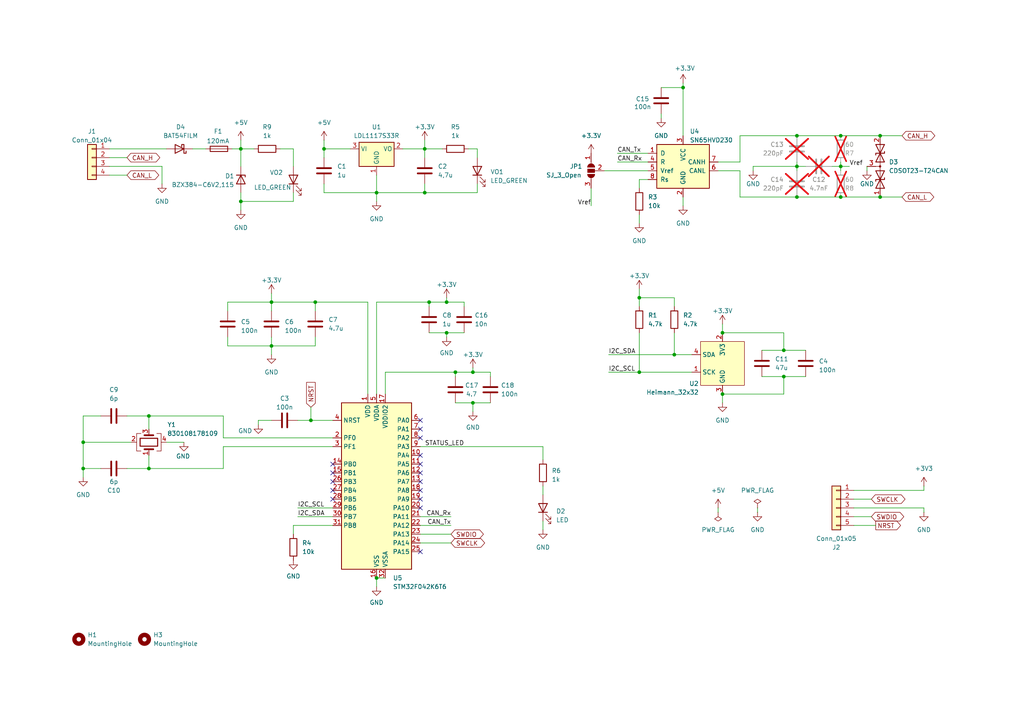
<source format=kicad_sch>
(kicad_sch (version 20231120) (generator "eeschema") (generator_version "8.0")
  (paper "A4")
  (lib_symbols
    (symbol "Connector_Generic:Conn_01x04" (pin_names (offset 1.016) hide)
      (property "Reference" "J" (at 0 5.08 0))
      (property "Value" "Conn_01x04" (at 0 -7.62 0))
      (symbol "Conn_01x04_1_1"
        (rectangle (start -1.27 -4.953) (end 0 -5.207) (stroke (width 0.1524)))
        (rectangle (start -1.27 -2.413) (end 0 -2.667) (stroke (width 0.1524)))
        (rectangle (start -1.27 0.127) (end 0 -0.127) (stroke (width 0.1524)))
        (rectangle (start -1.27 2.667) (end 0 2.413) (stroke (width 0.1524)))
        (rectangle (start -1.27 3.81) (end 1.27 -6.35) (stroke (width 0.254)) (fill (type background)))
        (pin passive line (at -5.08 2.54 0) (length 3.81) (name "Pin_1") (number "1"))
        (pin passive line (at -5.08 0 0) (length 3.81) (name "Pin_2") (number "2"))
        (pin passive line (at -5.08 -2.54 0) (length 3.81) (name "Pin_3") (number "3"))
        (pin passive line (at -5.08 -5.08 0) (length 3.81) (name "Pin_4") (number "4"))
      )
    )
    (symbol "Connector_Generic:Conn_01x05" (pin_names (offset 1.016) hide)
      (property "Reference" "J" (at 0 7.62 0))
      (property "Value" "Conn_01x05" (at 0 -7.62 0))
      (symbol "Conn_01x05_1_1"
        (rectangle (start -1.27 -4.953) (end 0 -5.207) (stroke (width 0.1524)))
        (rectangle (start -1.27 -2.413) (end 0 -2.667) (stroke (width 0.1524)))
        (rectangle (start -1.27 0.127) (end 0 -0.127) (stroke (width 0.1524)))
        (rectangle (start -1.27 2.667) (end 0 2.413) (stroke (width 0.1524)))
        (rectangle (start -1.27 5.207) (end 0 4.953) (stroke (width 0.1524)))
        (rectangle (start -1.27 6.35) (end 1.27 -6.35) (stroke (width 0.254)) (fill (type background)))
        (pin passive line (at -5.08 5.08 0) (length 3.81) (name "Pin_1") (number "1"))
        (pin passive line (at -5.08 2.54 0) (length 3.81) (name "Pin_2") (number "2"))
        (pin passive line (at -5.08 0 0) (length 3.81) (name "Pin_3") (number "3"))
        (pin passive line (at -5.08 -2.54 0) (length 3.81) (name "Pin_4") (number "4"))
        (pin passive line (at -5.08 -5.08 0) (length 3.81) (name "Pin_5") (number "5"))
      )
    )
    (symbol "Device:C" (pin_numbers hide) (pin_names (offset 0.254))
      (property "Reference" "C" (at 0.635 2.54 0))
      (property "Value" "C" (at 0.635 -2.54 0))
      (symbol "C_0_1"
        (polyline (pts (xy -2.032 -0.762) (xy 2.032 -0.762)) (stroke (width 0.508)))
        (polyline (pts (xy -2.032 0.762) (xy 2.032 0.762)) (stroke (width 0.508)))
      )
      (symbol "C_1_1"
        (pin passive line (at 0 3.81 270) (length 2.794) (name "~") (number "1"))
        (pin passive line (at 0 -3.81 90) (length 2.794) (name "~") (number "2"))
      )
    )
    (symbol "Device:D_Schottky" (pin_numbers hide) (pin_names (offset 1.016) hide)
      (property "Reference" "D" (at 0 2.54 0))
      (property "Value" "D_Schottky" (at 0 -2.54 0))
      (symbol "D_Schottky_0_1"
        (polyline (pts (xy 1.27 0) (xy -1.27 0)))
        (polyline (pts (xy 1.27 1.27) (xy 1.27 -1.27) (xy -1.27 0) (xy 1.27 1.27)) (stroke (width 0.254)))
        (polyline (pts (xy -1.905 0.635) (xy -1.905 1.27) (xy -1.27 1.27) (xy -1.27 -1.27) (xy -0.635 -1.27) (xy -0.635 -0.635)) (stroke (width 0.254)))
      )
      (symbol "D_Schottky_1_1"
        (pin passive line (at -3.81 0 0) (length 2.54) (name "K") (number "1"))
        (pin passive line (at 3.81 0 180) (length 2.54) (name "A") (number "2"))
      )
    )
    (symbol "Device:D_TVS_Dual_AAC" (pin_names (offset 1.016) hide)
      (property "Reference" "D" (at 0 4.445 0))
      (property "Value" "D_TVS_Dual_AAC" (at 0 2.54 0))
      (symbol "D_TVS_Dual_AAC_0_0"
        (polyline (pts (xy 0 -1.27) (xy 0 0)))
      )
      (symbol "D_TVS_Dual_AAC_0_1"
        (polyline (pts (xy -6.35 0) (xy 6.35 0)))
        (polyline (pts (xy -3.302 1.27) (xy -3.81 1.27) (xy -3.81 -1.27) (xy -4.318 -1.27)) (stroke (width 0.254)))
        (polyline (pts (xy 4.318 1.27) (xy 3.81 1.27) (xy 3.81 -1.27) (xy 3.302 -1.27)) (stroke (width 0.254)))
        (polyline (pts (xy -6.35 1.27) (xy -1.27 -1.27) (xy -1.27 1.27) (xy -6.35 -1.27) (xy -6.35 1.27)) (stroke (width 0.254)))
        (polyline (pts (xy 6.35 1.27) (xy 1.27 -1.27) (xy 1.27 1.27) (xy 6.35 -1.27) (xy 6.35 1.27)) (stroke (width 0.254)))
        (circle (center 0 0) (radius 0.254) (fill (type outline)))
      )
      (symbol "D_TVS_Dual_AAC_1_1"
        (pin passive line (at -8.89 0 0) (length 2.54) (name "A1") (number "1"))
        (pin passive line (at 8.89 0 180) (length 2.54) (name "A2") (number "2"))
        (pin input line (at 0 -3.81 90) (length 2.54) (name "common") (number "3"))
      )
    )
    (symbol "Device:D_Zener" (pin_numbers hide) (pin_names (offset 1.016) hide)
      (property "Reference" "D" (at 0 2.54 0))
      (property "Value" "D_Zener" (at 0 -2.54 0))
      (symbol "D_Zener_0_1"
        (polyline (pts (xy 1.27 0) (xy -1.27 0)))
        (polyline (pts (xy -1.27 -1.27) (xy -1.27 1.27) (xy -0.762 1.27)) (stroke (width 0.254)))
        (polyline (pts (xy 1.27 -1.27) (xy 1.27 1.27) (xy -1.27 0) (xy 1.27 -1.27)) (stroke (width 0.254)))
      )
      (symbol "D_Zener_1_1"
        (pin passive line (at -3.81 0 0) (length 2.54) (name "K") (number "1"))
        (pin passive line (at 3.81 0 180) (length 2.54) (name "A") (number "2"))
      )
    )
    (symbol "Device:Fuse" (pin_numbers hide) (pin_names (offset 0))
      (property "Reference" "F" (at 2.032 0 90))
      (property "Value" "Fuse" (at -1.905 0 90))
      (symbol "Fuse_0_1"
        (rectangle (start -0.762 -2.54) (end 0.762 2.54) (stroke (width 0.254)))
        (polyline (pts (xy 0 2.54) (xy 0 -2.54)))
      )
      (symbol "Fuse_1_1"
        (pin passive line (at 0 3.81 270) (length 1.27) (name "~") (number "1"))
        (pin passive line (at 0 -3.81 90) (length 1.27) (name "~") (number "2"))
      )
    )
    (symbol "Device:LED" (pin_numbers hide) (pin_names (offset 1.016) hide)
      (property "Reference" "D" (at 0 2.54 0))
      (property "Value" "LED" (at 0 -2.54 0))
      (symbol "LED_0_1"
        (polyline (pts (xy -1.27 -1.27) (xy -1.27 1.27)) (stroke (width 0.254)))
        (polyline (pts (xy -1.27 0) (xy 1.27 0)))
        (polyline (pts (xy 1.27 -1.27) (xy 1.27 1.27) (xy -1.27 0) (xy 1.27 -1.27)) (stroke (width 0.254)))
        (polyline (pts (xy -3.048 -0.762) (xy -4.572 -2.286) (xy -3.81 -2.286) (xy -4.572 -2.286) (xy -4.572 -1.524)))
        (polyline (pts (xy -1.778 -0.762) (xy -3.302 -2.286) (xy -2.54 -2.286) (xy -3.302 -2.286) (xy -3.302 -1.524)))
      )
      (symbol "LED_1_1"
        (pin passive line (at -3.81 0 0) (length 2.54) (name "K") (number "1"))
        (pin passive line (at 3.81 0 180) (length 2.54) (name "A") (number "2"))
      )
    )
    (symbol "Device:R" (pin_numbers hide) (pin_names (offset 0))
      (property "Reference" "R" (at 2.032 0 90))
      (property "Value" "R" (at 0 0 90))
      (symbol "R_0_1"
        (rectangle (start -1.016 -2.54) (end 1.016 2.54) (stroke (width 0.254)))
      )
      (symbol "R_1_1"
        (pin passive line (at 0 3.81 270) (length 1.27) (name "~") (number "1"))
        (pin passive line (at 0 -3.81 90) (length 1.27) (name "~") (number "2"))
      )
    )
    (symbol "FaSTTUBe_Crystals:830108178109" (pin_names (offset 1.016) hide)
      (property "Reference" "Y" (at 3.175 5.08 0))
      (property "Value" "830108178109" (at 3.175 3.175 0))
      (symbol "830108178109_0_1"
        (rectangle (start -1.143 2.54) (end 1.143 -2.54) (stroke (width 0.3048)))
        (polyline (pts (xy -2.54 0) (xy -2.032 0)))
        (polyline (pts (xy -2.032 -1.27) (xy -2.032 1.27)) (stroke (width 0.508)))
        (polyline (pts (xy 0 -3.81) (xy 0 -3.556)))
        (polyline (pts (xy 0 3.556) (xy 0 3.81)))
        (polyline (pts (xy 2.032 -1.27) (xy 2.032 1.27)) (stroke (width 0.508)))
        (polyline (pts (xy 2.032 0) (xy 2.54 0)))
        (polyline (pts (xy -2.54 -2.286) (xy -2.54 -3.556) (xy 2.54 -3.556) (xy 2.54 -2.286)))
        (polyline (pts (xy -2.54 2.286) (xy -2.54 3.556) (xy 2.54 3.556) (xy 2.54 2.286)))
      )
      (symbol "830108178109_1_1"
        (pin passive line (at -3.81 0 0) (length 1.27) (name "1") (number "1"))
        (pin passive line (at 0 5.08 270) (length 1.27) (name "2") (number "2"))
        (pin passive line (at 3.81 0 180) (length 1.27) (name "3") (number "3"))
        (pin passive line (at 0 -5.08 90) (length 1.27) (name "4") (number "4"))
      )
    )
    (symbol "GND_1" (power) (pin_numbers hide) (pin_names (offset 0) hide)
      (property "Value" "GND" (at 0 -3.81 0))
      (symbol "GND_1_0_1"
        (polyline (pts (xy 0 0) (xy 0 -1.27) (xy 1.27 -1.27) (xy 0 -2.54) (xy -1.27 -1.27) (xy 0 -1.27)))
      )
      (symbol "GND_1_1_1"
        (pin power_in line (at 0 0 270) (length 0) (name "~") (number "1"))
      )
    )
    (symbol "Interface_CAN_LIN:SN65HVD230" (pin_names (offset 1.016))
      (property "Reference" "U" (at -2.54 10.16 0))
      (property "Value" "SN65HVD230" (at -2.54 7.62 0))
      (symbol "SN65HVD230_0_1"
        (rectangle (start -7.62 5.08) (end 7.62 -7.62) (stroke (width 0.254)) (fill (type background)))
      )
      (symbol "SN65HVD230_1_1"
        (pin input line (at -10.16 2.54 0) (length 2.54) (name "D") (number "1"))
        (pin power_in line (at 0 -10.16 90) (length 2.54) (name "GND") (number "2"))
        (pin power_in line (at 0 7.62 270) (length 2.54) (name "VCC") (number "3"))
        (pin output line (at -10.16 0 0) (length 2.54) (name "R") (number "4"))
        (pin output line (at -10.16 -2.54 0) (length 2.54) (name "Vref") (number "5"))
        (pin bidirectional line (at 10.16 -2.54 180) (length 2.54) (name "CANL") (number "6"))
        (pin bidirectional line (at 10.16 0 180) (length 2.54) (name "CANH") (number "7"))
        (pin input line (at -10.16 -5.08 0) (length 2.54) (name "Rs") (number "8"))
      )
    )
    (symbol "Jumper:SolderJumper_3_Open" (pin_names (offset 0) hide)
      (property "Reference" "JP" (at -2.54 -2.54 0))
      (property "Value" "SolderJumper_3_Open" (at 0 2.794 0))
      (symbol "SolderJumper_3_Open_0_1"
        (arc (start -1.016 1.016) (mid -2.0276 0) (end -1.016 -1.016))
        (arc (start -1.016 1.016) (mid -2.0276 0) (end -1.016 -1.016) (fill (type outline)))
        (rectangle (start -0.508 1.016) (end 0.508 -1.016) (fill (type outline)))
        (polyline (pts (xy -2.54 0) (xy -2.032 0)))
        (polyline (pts (xy -1.016 1.016) (xy -1.016 -1.016)))
        (polyline (pts (xy 0 -1.27) (xy 0 -1.016)))
        (polyline (pts (xy 1.016 1.016) (xy 1.016 -1.016)))
        (polyline (pts (xy 2.54 0) (xy 2.032 0)))
        (arc (start 1.016 -1.016) (mid 2.0276 0) (end 1.016 1.016))
        (arc (start 1.016 -1.016) (mid 2.0276 0) (end 1.016 1.016) (fill (type outline)))
      )
      (symbol "SolderJumper_3_Open_1_1"
        (pin passive line (at -5.08 0 0) (length 2.54) (name "A") (number "1"))
        (pin passive line (at 0 -3.81 90) (length 2.54) (name "C") (number "2"))
        (pin passive line (at 5.08 0 180) (length 2.54) (name "B") (number "3"))
      )
    )
    (symbol "MCU_ST_STM32F0:STM32F042K6Tx"
      (property "Reference" "U" (at -10.16 26.67 0))
      (property "Value" "STM32F042K6Tx" (at 5.08 26.67 0))
      (symbol "STM32F042K6Tx_0_1"
        (rectangle (start -10.16 -22.86) (end 10.16 25.4) (stroke (width 0.254)) (fill (type background)))
      )
      (symbol "STM32F042K6Tx_1_1"
        (pin power_in line (at -2.54 27.94 270) (length 2.54) (name "VDD") (number "1"))
        (pin bidirectional line (at 12.7 10.16 180) (length 2.54) (name "PA4") (number "10"))
        (pin bidirectional line (at 12.7 7.62 180) (length 2.54) (name "PA5") (number "11"))
        (pin bidirectional line (at 12.7 5.08 180) (length 2.54) (name "PA6") (number "12"))
        (pin bidirectional line (at 12.7 2.54 180) (length 2.54) (name "PA7") (number "13"))
        (pin bidirectional line (at -12.7 7.62 0) (length 2.54) (name "PB0") (number "14"))
        (pin bidirectional line (at -12.7 5.08 0) (length 2.54) (name "PB1") (number "15"))
        (pin power_in line (at 0 -25.4 90) (length 2.54) (name "VSS") (number "16"))
        (pin power_in line (at 2.54 27.94 270) (length 2.54) (name "VDDIO2") (number "17"))
        (pin bidirectional line (at 12.7 0 180) (length 2.54) (name "PA8") (number "18"))
        (pin bidirectional line (at 12.7 -2.54 180) (length 2.54) (name "PA9") (number "19"))
        (pin bidirectional line (at -12.7 15.24 0) (length 2.54) (name "PF0") (number "2"))
        (pin bidirectional line (at 12.7 -5.08 180) (length 2.54) (name "PA10") (number "20"))
        (pin bidirectional line (at 12.7 -7.62 180) (length 2.54) (name "PA11") (number "21"))
        (pin bidirectional line (at 12.7 -10.16 180) (length 2.54) (name "PA12") (number "22"))
        (pin bidirectional line (at 12.7 -12.7 180) (length 2.54) (name "PA13") (number "23"))
        (pin bidirectional line (at 12.7 -15.24 180) (length 2.54) (name "PA14") (number "24"))
        (pin bidirectional line (at 12.7 -17.78 180) (length 2.54) (name "PA15") (number "25"))
        (pin bidirectional line (at -12.7 2.54 0) (length 2.54) (name "PB3") (number "26"))
        (pin bidirectional line (at -12.7 0 0) (length 2.54) (name "PB4") (number "27"))
        (pin bidirectional line (at -12.7 -2.54 0) (length 2.54) (name "PB5") (number "28"))
        (pin bidirectional line (at -12.7 -5.08 0) (length 2.54) (name "PB6") (number "29"))
        (pin bidirectional line (at -12.7 12.7 0) (length 2.54) (name "PF1") (number "3"))
        (pin bidirectional line (at -12.7 -7.62 0) (length 2.54) (name "PB7") (number "30"))
        (pin bidirectional line (at -12.7 -10.16 0) (length 2.54) (name "PB8") (number "31"))
        (pin power_in line (at 2.54 -25.4 90) (length 2.54) (name "VSSA") (number "32"))
        (pin input line (at -12.7 20.32 0) (length 2.54) (name "NRST") (number "4"))
        (pin power_in line (at 0 27.94 270) (length 2.54) (name "VDDA") (number "5"))
        (pin bidirectional line (at 12.7 20.32 180) (length 2.54) (name "PA0") (number "6"))
        (pin bidirectional line (at 12.7 17.78 180) (length 2.54) (name "PA1") (number "7"))
        (pin bidirectional line (at 12.7 15.24 180) (length 2.54) (name "PA2") (number "8"))
        (pin bidirectional line (at 12.7 12.7 180) (length 2.54) (name "PA3") (number "9"))
      )
    )
    (symbol "MountingHole_1" (pin_names (offset 1.016)) (exclude_from_sim yes) (in_bom no)
      (property "Reference" "H" (at 0 5.08 0))
      (property "Value" "MountingHole" (at 0 3.175 0))
      (symbol "MountingHole_1_0_1"
        (circle (center 0 0) (radius 1.27) (stroke (width 1.27)))
      )
    )
    (symbol "Regulator_Linear:LD1117S33TR_SOT223"
      (property "Reference" "U" (at -3.81 3.175 0))
      (property "Value" "LD1117S33TR_SOT223" (at 0 3.175 0))
      (symbol "LD1117S33TR_SOT223_0_1"
        (rectangle (start -5.08 -5.08) (end 5.08 1.905) (stroke (width 0.254)) (fill (type background)))
      )
      (symbol "LD1117S33TR_SOT223_1_1"
        (pin power_in line (at 0 -7.62 90) (length 2.54) (name "GND") (number "1"))
        (pin power_out line (at 7.62 0 180) (length 2.54) (name "VO") (number "2"))
        (pin power_in line (at -7.62 0 0) (length 2.54) (name "VI") (number "3"))
      )
    )
    (symbol "TTS:Heimann_16x16"
      (property "Reference" "U" (at 0 0 0))
      (property "Value" "Heimann_16x16" (at 0 0 0))
      (symbol "Heimann_16x16_0_1"
        (rectangle (start -6.35 6.35) (end 6.35 -6.35) (fill (type background)))
      )
      (symbol "Heimann_16x16_1_1"
        (pin bidirectional line (at 8.89 -2.54 180) (length 2.54) (name "SCK") (number "1"))
        (pin power_in line (at 0 8.89 270) (length 2.54) (name "3V3") (number "2"))
        (pin power_in line (at 0 -8.89 90) (length 2.54) (name "GND") (number "3"))
        (pin bidirectional line (at 8.89 2.54 180) (length 2.54) (name "SDA") (number "4"))
      )
    )
    (symbol "power:+3.3V" (power) (pin_names (offset 0))
      (property "Value" "+3.3V" (at 0 3.556 0))
      (symbol "+3.3V_0_1"
        (polyline (pts (xy -0.762 1.27) (xy 0 2.54)))
        (polyline (pts (xy 0 0) (xy 0 2.54)))
        (polyline (pts (xy 0 2.54) (xy 0.762 1.27)))
      )
      (symbol "+3.3V_1_1"
        (pin power_in line (at 0 0 90) (length 0) hide (name "+3.3V") (number "1"))
      )
    )
    (symbol "power:+3V3" (power) (pin_numbers hide) (pin_names (offset 0) hide)
      (property "Value" "+3V3" (at 0 3.556 0))
      (symbol "+3V3_0_1"
        (polyline (pts (xy -0.762 1.27) (xy 0 2.54)))
        (polyline (pts (xy 0 0) (xy 0 2.54)))
        (polyline (pts (xy 0 2.54) (xy 0.762 1.27)))
      )
      (symbol "+3V3_1_1"
        (pin power_in line (at 0 0 90) (length 0) (name "~") (number "1"))
      )
    )
    (symbol "power:+5V" (power) (pin_numbers hide) (pin_names (offset 0) hide)
      (property "Value" "+5V" (at 0 3.556 0))
      (symbol "+5V_0_1"
        (polyline (pts (xy -0.762 1.27) (xy 0 2.54)))
        (polyline (pts (xy 0 0) (xy 0 2.54)))
        (polyline (pts (xy 0 2.54) (xy 0.762 1.27)))
      )
      (symbol "+5V_1_1"
        (pin power_in line (at 0 0 90) (length 0) (name "~") (number "1"))
      )
    )
    (symbol "power:GND" (power) (pin_names (offset 0))
      (property "Value" "GND" (at 0 -3.81 0))
      (symbol "GND_0_1"
        (polyline (pts (xy 0 0) (xy 0 -1.27) (xy 1.27 -1.27) (xy 0 -2.54) (xy -1.27 -1.27) (xy 0 -1.27)))
      )
      (symbol "GND_1_1"
        (pin power_in line (at 0 0 270) (length 0) hide (name "GND") (number "1"))
      )
    )
    (symbol "power:PWR_FLAG" (power) (pin_numbers hide) (pin_names (offset 0) hide)
      (property "Value" "PWR_FLAG" (at 0 3.81 0))
      (symbol "PWR_FLAG_0_0"
        (pin power_out line (at 0 0 90) (length 0) (name "~") (number "1"))
      )
      (symbol "PWR_FLAG_0_1"
        (polyline (pts (xy 0 0) (xy 0 1.27) (xy -1.016 1.905) (xy 0 2.54) (xy 1.016 1.905) (xy 0 1.27)))
      )
    )
  )
  (junction (at 91.44 87.63))
  (junction (at 137.16 107.95))
  (junction (at 243.84 48.26))
  (junction (at 78.74 87.63))
  (junction (at 43.18 120.65))
  (junction (at 43.18 135.89))
  (junction (at 24.13 135.89))
  (junction (at 231.14 48.26))
  (junction (at 132.08 107.95))
  (junction (at 227.33 101.6))
  (junction (at 231.14 57.15))
  (junction (at 123.19 55.88))
  (junction (at 69.85 43.18))
  (junction (at 109.22 55.88))
  (junction (at 69.85 58.42))
  (junction (at 109.22 167.64))
  (junction (at 243.84 39.37))
  (junction (at 93.98 43.18))
  (junction (at 255.27 57.15))
  (junction (at 124.46 87.63))
  (junction (at 227.33 109.22))
  (junction (at 231.14 39.37))
  (junction (at 198.12 25.4))
  (junction (at 129.54 96.52))
  (junction (at 78.74 100.33))
  (junction (at 129.54 87.63))
  (junction (at 209.55 114.3))
  (junction (at 137.16 116.84))
  (junction (at 209.55 96.52))
  (junction (at 123.19 43.18))
  (junction (at 185.42 107.95))
  (junction (at 24.13 128.27))
  (junction (at 195.58 102.87))
  (junction (at 243.84 57.15))
  (junction (at 185.42 86.36))
  (junction (at 255.27 39.37))
  (junction (at 90.17 121.92))
  (no_connect (at 121.92 142.24))
  (no_connect (at 121.92 144.78))
  (no_connect (at 121.92 160.02))
  (no_connect (at 96.52 142.24))
  (no_connect (at 96.52 134.62))
  (no_connect (at 121.92 132.08))
  (no_connect (at 121.92 137.16))
  (no_connect (at 96.52 137.16))
  (no_connect (at 96.52 144.78))
  (no_connect (at 121.92 121.92))
  (no_connect (at 121.92 127))
  (no_connect (at 121.92 124.46))
  (no_connect (at 121.92 147.32))
  (no_connect (at 121.92 134.62))
  (no_connect (at 96.52 139.7))
  (no_connect (at 121.92 139.7))
  (wire (pts (xy 121.92 157.48) (xy 130.81 157.48)))
  (wire (pts (xy 247.65 144.78) (xy 252.73 144.78)))
  (wire (pts (xy 157.48 151.13) (xy 157.48 153.67)))
  (wire (pts (xy 124.46 87.63) (xy 124.46 88.9)))
  (wire (pts (xy 135.89 43.18) (xy 138.43 43.18)))
  (wire (pts (xy 142.24 107.95) (xy 142.24 109.22)))
  (wire (pts (xy 31.75 50.8) (xy 36.83 50.8)))
  (wire (pts (xy 85.09 43.18) (xy 85.09 48.26)))
  (wire (pts (xy 78.74 87.63) (xy 66.04 87.63)))
  (wire (pts (xy 78.74 97.79) (xy 78.74 100.33)))
  (wire (pts (xy 43.18 135.89) (xy 64.77 135.89)))
  (wire (pts (xy 116.84 43.18) (xy 123.19 43.18)))
  (wire (pts (xy 109.22 167.64) (xy 111.76 167.64)))
  (wire (pts (xy 78.74 100.33) (xy 91.44 100.33)))
  (wire (pts (xy 74.93 123.19) (xy 74.93 121.92)))
  (wire (pts (xy 218.44 49.53) (xy 218.44 48.26)))
  (wire (pts (xy 31.75 48.26) (xy 46.99 48.26)))
  (wire (pts (xy 109.22 167.64) (xy 109.22 170.18)))
  (wire (pts (xy 179.07 44.45) (xy 187.96 44.45)))
  (wire (pts (xy 31.75 45.72) (xy 36.83 45.72)))
  (wire (pts (xy 255.27 39.37) (xy 243.84 39.37)))
  (wire (pts (xy 191.77 25.4) (xy 198.12 25.4)))
  (wire (pts (xy 129.54 96.52) (xy 134.62 96.52)))
  (wire (pts (xy 137.16 107.95) (xy 142.24 107.95)))
  (wire (pts (xy 36.83 120.65) (xy 43.18 120.65)))
  (wire (pts (xy 121.92 149.86) (xy 130.81 149.86)))
  (wire (pts (xy 220.98 109.22) (xy 227.33 109.22)))
  (wire (pts (xy 176.53 102.87) (xy 195.58 102.87)))
  (wire (pts (xy 121.92 154.94) (xy 130.81 154.94)))
  (wire (pts (xy 247.65 152.4) (xy 254 152.4)))
  (wire (pts (xy 185.42 83.82) (xy 185.42 86.36)))
  (wire (pts (xy 24.13 135.89) (xy 24.13 138.43)))
  (wire (pts (xy 109.22 50.8) (xy 109.22 55.88)))
  (wire (pts (xy 86.36 121.92) (xy 90.17 121.92)))
  (wire (pts (xy 255.27 57.15) (xy 243.84 57.15)))
  (wire (pts (xy 24.13 128.27) (xy 24.13 135.89)))
  (wire (pts (xy 106.68 87.63) (xy 91.44 87.63)))
  (wire (pts (xy 29.21 120.65) (xy 24.13 120.65)))
  (wire (pts (xy 91.44 100.33) (xy 91.44 97.79)))
  (wire (pts (xy 134.62 87.63) (xy 134.62 88.9)))
  (wire (pts (xy 96.52 152.4) (xy 85.09 152.4)))
  (wire (pts (xy 243.84 46.99) (xy 243.84 48.26)))
  (wire (pts (xy 64.77 120.65) (xy 64.77 127)))
  (wire (pts (xy 85.09 58.42) (xy 85.09 55.88)))
  (wire (pts (xy 171.45 59.69) (xy 171.45 54.61)))
  (wire (pts (xy 227.33 96.52) (xy 227.33 101.6)))
  (wire (pts (xy 246.38 48.26) (xy 243.84 48.26)))
  (wire (pts (xy 157.48 140.97) (xy 157.48 143.51)))
  (wire (pts (xy 86.36 149.86) (xy 96.52 149.86)))
  (wire (pts (xy 123.19 43.18) (xy 123.19 45.72)))
  (wire (pts (xy 111.76 107.95) (xy 111.76 114.3)))
  (wire (pts (xy 124.46 87.63) (xy 129.54 87.63)))
  (wire (pts (xy 109.22 87.63) (xy 109.22 114.3)))
  (wire (pts (xy 86.36 147.32) (xy 96.52 147.32)))
  (wire (pts (xy 243.84 39.37) (xy 231.14 39.37)))
  (wire (pts (xy 24.13 120.65) (xy 24.13 128.27)))
  (wire (pts (xy 121.92 129.54) (xy 157.48 129.54)))
  (wire (pts (xy 132.08 107.95) (xy 137.16 107.95)))
  (wire (pts (xy 214.63 46.99) (xy 214.63 39.37)))
  (wire (pts (xy 219.71 147.32) (xy 219.71 148.59)))
  (wire (pts (xy 137.16 106.68) (xy 137.16 107.95)))
  (wire (pts (xy 59.69 43.18) (xy 55.88 43.18)))
  (wire (pts (xy 121.92 152.4) (xy 130.81 152.4)))
  (wire (pts (xy 109.22 55.88) (xy 123.19 55.88)))
  (wire (pts (xy 74.93 121.92) (xy 78.74 121.92)))
  (wire (pts (xy 214.63 49.53) (xy 214.63 57.15)))
  (wire (pts (xy 195.58 88.9) (xy 195.58 86.36)))
  (wire (pts (xy 93.98 40.64) (xy 93.98 43.18)))
  (wire (pts (xy 195.58 102.87) (xy 195.58 96.52)))
  (wire (pts (xy 185.42 86.36) (xy 185.42 88.9)))
  (wire (pts (xy 247.65 149.86) (xy 252.73 149.86)))
  (wire (pts (xy 267.97 142.24) (xy 267.97 140.97)))
  (wire (pts (xy 185.42 107.95) (xy 200.66 107.95)))
  (wire (pts (xy 247.65 142.24) (xy 267.97 142.24)))
  (wire (pts (xy 231.14 49.53) (xy 231.14 48.26)))
  (wire (pts (xy 209.55 114.3) (xy 227.33 114.3)))
  (wire (pts (xy 91.44 87.63) (xy 78.74 87.63)))
  (wire (pts (xy 227.33 109.22) (xy 233.68 109.22)))
  (wire (pts (xy 24.13 135.89) (xy 29.21 135.89)))
  (wire (pts (xy 46.99 48.26) (xy 46.99 53.34)))
  (wire (pts (xy 78.74 85.09) (xy 78.74 87.63)))
  (wire (pts (xy 43.18 120.65) (xy 64.77 120.65)))
  (wire (pts (xy 195.58 102.87) (xy 200.66 102.87)))
  (wire (pts (xy 111.76 107.95) (xy 132.08 107.95)))
  (wire (pts (xy 123.19 40.64) (xy 123.19 43.18)))
  (wire (pts (xy 129.54 96.52) (xy 129.54 97.79)))
  (wire (pts (xy 43.18 132.08) (xy 43.18 135.89)))
  (wire (pts (xy 123.19 55.88) (xy 123.19 53.34)))
  (wire (pts (xy 124.46 96.52) (xy 129.54 96.52)))
  (wire (pts (xy 214.63 57.15) (xy 231.14 57.15)))
  (wire (pts (xy 227.33 109.22) (xy 227.33 114.3)))
  (wire (pts (xy 109.22 55.88) (xy 109.22 58.42)))
  (wire (pts (xy 64.77 127) (xy 96.52 127)))
  (wire (pts (xy 261.62 57.15) (xy 255.27 57.15)))
  (wire (pts (xy 90.17 118.11) (xy 90.17 121.92)))
  (wire (pts (xy 69.85 43.18) (xy 73.66 43.18)))
  (wire (pts (xy 36.83 135.89) (xy 43.18 135.89)))
  (wire (pts (xy 137.16 116.84) (xy 142.24 116.84)))
  (wire (pts (xy 129.54 86.36) (xy 129.54 87.63)))
  (wire (pts (xy 24.13 128.27) (xy 38.1 128.27)))
  (wire (pts (xy 93.98 53.34) (xy 93.98 55.88)))
  (wire (pts (xy 175.26 49.53) (xy 187.96 49.53)))
  (wire (pts (xy 78.74 100.33) (xy 78.74 102.87)))
  (wire (pts (xy 69.85 58.42) (xy 85.09 58.42)))
  (wire (pts (xy 138.43 43.18) (xy 138.43 45.72)))
  (wire (pts (xy 185.42 52.07) (xy 187.96 52.07)))
  (wire (pts (xy 69.85 60.96) (xy 69.85 58.42)))
  (wire (pts (xy 138.43 55.88) (xy 138.43 53.34)))
  (wire (pts (xy 69.85 58.42) (xy 69.85 55.88)))
  (wire (pts (xy 247.65 147.32) (xy 267.97 147.32)))
  (wire (pts (xy 208.28 49.53) (xy 214.63 49.53)))
  (wire (pts (xy 243.84 48.26) (xy 241.3 48.26)))
  (wire (pts (xy 208.28 147.32) (xy 208.28 148.59)))
  (wire (pts (xy 251.46 49.53) (xy 251.46 48.26)))
  (wire (pts (xy 137.16 116.84) (xy 137.16 119.38)))
  (wire (pts (xy 93.98 43.18) (xy 101.6 43.18)))
  (wire (pts (xy 243.84 49.53) (xy 243.84 48.26)))
  (wire (pts (xy 123.19 55.88) (xy 138.43 55.88)))
  (wire (pts (xy 109.22 87.63) (xy 124.46 87.63)))
  (wire (pts (xy 132.08 116.84) (xy 137.16 116.84)))
  (wire (pts (xy 66.04 87.63) (xy 66.04 90.17)))
  (wire (pts (xy 261.62 39.37) (xy 255.27 39.37)))
  (wire (pts (xy 176.53 107.95) (xy 185.42 107.95)))
  (wire (pts (xy 185.42 54.61) (xy 185.42 52.07)))
  (wire (pts (xy 48.26 128.27) (xy 53.34 128.27)))
  (wire (pts (xy 67.31 43.18) (xy 69.85 43.18)))
  (wire (pts (xy 198.12 24.13) (xy 198.12 25.4)))
  (wire (pts (xy 267.97 147.32) (xy 267.97 148.59)))
  (wire (pts (xy 69.85 43.18) (xy 69.85 40.64)))
  (wire (pts (xy 69.85 43.18) (xy 69.85 48.26)))
  (wire (pts (xy 90.17 121.92) (xy 96.52 121.92)))
  (wire (pts (xy 231.14 46.99) (xy 231.14 48.26)))
  (wire (pts (xy 132.08 107.95) (xy 132.08 109.22)))
  (wire (pts (xy 195.58 86.36) (xy 185.42 86.36)))
  (wire (pts (xy 78.74 87.63) (xy 78.74 90.17)))
  (wire (pts (xy 85.09 152.4) (xy 85.09 154.94)))
  (wire (pts (xy 209.55 114.3) (xy 209.55 116.84)))
  (wire (pts (xy 31.75 43.18) (xy 48.26 43.18)))
  (wire (pts (xy 209.55 93.98) (xy 209.55 96.52)))
  (wire (pts (xy 106.68 87.63) (xy 106.68 114.3)))
  (wire (pts (xy 243.84 57.15) (xy 231.14 57.15)))
  (wire (pts (xy 220.98 101.6) (xy 227.33 101.6)))
  (wire (pts (xy 93.98 55.88) (xy 109.22 55.88)))
  (wire (pts (xy 157.48 129.54) (xy 157.48 133.35)))
  (wire (pts (xy 198.12 25.4) (xy 198.12 39.37)))
  (wire (pts (xy 185.42 62.23) (xy 185.42 64.77)))
  (wire (pts (xy 81.28 43.18) (xy 85.09 43.18)))
  (wire (pts (xy 43.18 120.65) (xy 43.18 124.46)))
  (wire (pts (xy 208.28 46.99) (xy 214.63 46.99)))
  (wire (pts (xy 233.68 48.26) (xy 231.14 48.26)))
  (wire (pts (xy 214.63 39.37) (xy 231.14 39.37)))
  (wire (pts (xy 66.04 100.33) (xy 78.74 100.33)))
  (wire (pts (xy 198.12 57.15) (xy 198.12 59.69)))
  (wire (pts (xy 191.77 34.29) (xy 191.77 33.02)))
  (wire (pts (xy 185.42 107.95) (xy 185.42 96.52)))
  (wire (pts (xy 227.33 101.6) (xy 233.68 101.6)))
  (wire (pts (xy 179.07 46.99) (xy 187.96 46.99)))
  (wire (pts (xy 123.19 43.18) (xy 128.27 43.18)))
  (wire (pts (xy 66.04 97.79) (xy 66.04 100.33)))
  (wire (pts (xy 91.44 90.17) (xy 91.44 87.63)))
  (wire (pts (xy 96.52 129.54) (xy 64.77 129.54)))
  (wire (pts (xy 209.55 96.52) (xy 227.33 96.52)))
  (wire (pts (xy 129.54 87.63) (xy 134.62 87.63)))
  (wire (pts (xy 93.98 43.18) (xy 93.98 45.72)))
  (wire (pts (xy 64.77 129.54) (xy 64.77 135.89)))
  (wire (pts (xy 218.44 48.26) (xy 231.14 48.26)))
  (label "CAN_Tx" (at 130.81 152.4 180))
  (label "I2C_SDA" (at 86.36 149.86 0))
  (label "CAN_Rx" (at 130.81 149.86 180))
  (label "Vref" (at 171.45 59.69 180))
  (label "Vref" (at 246.38 48.26 0))
  (label "I2C_SCL" (at 86.36 147.32 0))
  (label "CAN_Rx" (at 179.07 46.99 0))
  (label "I2C_SDA" (at 176.53 102.87 0))
  (label "I2C_SCL" (at 176.53 107.95 0))
  (label "STATUS_LED" (at 134.62 129.54 180))
  (label "CAN_Tx" (at 179.07 44.45 0))
  (global_label "SWCLK" (shape bidirectional) (at 130.81 157.48 0) (property "Intersheetrefs" "${INTERSHEET_REFS}" (effects (hide yes))))
  (global_label "CAN_L" (shape bidirectional) (at 261.62 57.15 0) (property "Intersheetrefs" "${INTERSHEET_REFS}" (effects (hide yes))))
  (global_label "CAN_L" (shape bidirectional) (at 36.83 50.8 0) (property "Intersheetrefs" "${INTERSHEET_REFS}" (effects (hide yes))))
  (global_label "CAN_H" (shape bidirectional) (at 261.62 39.37 0) (property "Intersheetrefs" "${INTERSHEET_REFS}" (effects (hide yes))))
  (global_label "CAN_H" (shape bidirectional) (at 36.83 45.72 0) (property "Intersheetrefs" "${INTERSHEET_REFS}" (effects (hide yes))))
  (global_label "SWDIO" (shape bidirectional) (at 252.73 149.86 0) (property "Intersheetrefs" "${INTERSHEET_REFS}" (effects (hide yes))))
  (global_label "SWDIO" (shape bidirectional) (at 130.81 154.94 0) (property "Intersheetrefs" "${INTERSHEET_REFS}" (effects (hide yes))))
  (global_label "NRST" (shape input) (at 90.17 118.11 90) (property "Intersheetrefs" "${INTERSHEET_REFS}" (effects (hide yes))))
  (global_label "NRST" (shape output) (at 254 152.4 0) (property "Intersheetrefs" "${INTERSHEET_REFS}" (effects (hide yes))))
  (global_label "SWCLK" (shape bidirectional) (at 252.73 144.78 0) (property "Intersheetrefs" "${INTERSHEET_REFS}" (effects (hide yes))))
  (symbol (lib_id "FaSTTUBe_Crystals:830108178109") (at 43.18 128.27 90) (unit 1)
    (property "Reference" "Y1" (at 49.784 123.19 90))
    (property "Value" "830108178109" (at 55.88 125.73 90))
    (property "Footprint" "Crystal:Crystal_SMD_2016-4Pin_2.0x1.6mm" (effects (hide yes)))
    (property "Datasheet" "https://www.we-online.com/components/products/datasheet/830108178109.pdf" (effects (hide yes)))
    (property "Description" "16.0MHz Load Capacitance (CL) 8.00pF, Shunt Capacitance (C0) 3pF max" (effects (hide yes)))
  )
  (symbol (lib_id "Device:C") (at 66.04 93.98 0) (unit 1)
    (property "Reference" "C5" (at 69.85 93.345 0) (effects (justify left)))
    (property "Value" "100n" (at 69.85 95.885 0) (effects (justify left)))
    (property "Footprint" "Capacitor_SMD:C_0603_1608Metric" (effects (hide yes)))
    (property "LCSC" "C307331" (effects (hide yes)))
  )
  (symbol (lib_id "Device:C") (at 91.44 93.98 0) (unit 1)
    (property "Reference" "C7" (at 95.25 92.7099 0) (effects (justify left)))
    (property "Value" "4.7u" (at 95.25 95.2499 0) (effects (justify left)))
    (property "Footprint" "Capacitor_SMD:C_0603_1608Metric" (effects (hide yes)))
    (property "LCSC" "C307331" (effects (hide yes)))
  )
  (symbol (lib_name "GND_1") (lib_id "power:GND") (at 219.71 148.59 0) (unit 1)
    (property "Reference" "#PWR029" (effects (hide yes)))
    (property "Value" "GND" (at 219.71 153.67 0))
    (property "Description" "Power symbol creates a global label with name \"GND\" , ground" (effects (hide yes)))
  )
  (symbol (lib_id "Device:C") (at 93.98 49.53 0) (unit 1)
    (property "Reference" "C1" (at 97.79 48.2599 0) (effects (justify left)))
    (property "Value" "1u" (at 97.79 50.7999 0) (effects (justify left)))
    (property "Footprint" "Capacitor_SMD:C_0603_1608Metric" (effects (hide yes)))
    (property "LCSC" "C15849" (effects (hide yes)))
  )
  (symbol (lib_id "Device:Fuse") (at 63.5 43.18 90) (unit 1)
    (property "Reference" "F1" (at 64.516 38.1 90) (effects (justify left)))
    (property "Value" "120mA" (at 66.548 40.894 90) (effects (justify left)))
    (property "Footprint" "Fuse:Fuse_1206_3216Metric" (effects (hide yes)))
    (property "Datasheet" "https://www.mouser.de/datasheet/2/87/eaton_pts1206_6_60_volt_dc_surface_mount_resettabl-1608737.pdf" (effects (hide yes)))
  )
  (symbol (lib_id "power:GND") (at 78.74 102.87 0) (unit 1)
    (property "Reference" "#PWR014" (effects (hide yes)))
    (property "Value" "GND" (at 78.74 107.95 0))
  )
  (symbol (lib_id "Device:C") (at 33.02 120.65 90) (unit 1)
    (property "Reference" "C9" (at 33.02 113.03 90))
    (property "Value" "6p" (at 33.02 115.57 90))
    (property "Footprint" "Capacitor_SMD:C_0603_1608Metric" (effects (hide yes)))
    (property "LCSC" "C1549" (effects (hide yes)))
  )
  (symbol (lib_id "power:+3.3V") (at 78.74 85.09 0) (unit 1)
    (property "Reference" "#PWR04" (effects (hide yes)))
    (property "Value" "+3.3V" (at 78.74 81.28 0))
  )
  (symbol (lib_id "Device:C") (at 233.68 105.41 0) (unit 1)
    (property "Reference" "C4" (at 237.49 104.775 0) (effects (justify left)))
    (property "Value" "100n" (at 237.49 107.315 0) (effects (justify left)))
    (property "Footprint" "Capacitor_SMD:C_0603_1608Metric" (effects (hide yes)))
    (property "LCSC" "C307331" (effects (hide yes)))
  )
  (symbol (lib_id "power:GND") (at 191.77 34.29 0) (unit 1)
    (property "Reference" "#PWR027" (effects (hide yes)))
    (property "Value" "GND" (at 191.77 39.37 0))
  )
  (symbol (lib_id "Device:C") (at 231.14 43.18 0) (mirror y) (unit 1) (dnp yes)
    (property "Reference" "C13" (at 227.33 41.91 0) (effects (justify left)))
    (property "Value" "220pF" (at 227.33 44.45 0) (effects (justify left)))
    (property "Footprint" "Capacitor_SMD:C_0603_1608Metric" (effects (hide yes)))
  )
  (symbol (lib_name "MountingHole_1") (lib_id "Mechanical:MountingHole") (at 41.91 185.42 0) (unit 1) (exclude_from_sim yes) (in_bom no)
    (property "Reference" "H3" (at 44.45 184.1499 0) (effects (justify left)))
    (property "Value" "MountingHole" (at 44.45 186.6899 0) (effects (justify left)))
    (property "Footprint" "MountingHole:MountingHole_3.2mm_M3_DIN965" (effects (hide yes)))
    (property "Description" "Mounting Hole without connection" (effects (hide yes)))
  )
  (symbol (lib_id "Device:D_TVS_Dual_AAC") (at 255.27 48.26 270) (mirror x) (unit 1)
    (property "Reference" "D3" (at 257.81 46.99 90) (effects (justify left)))
    (property "Value" "CDSOT23-T24CAN" (at 257.81 49.53 90) (effects (justify left)))
    (property "Footprint" "Package_TO_SOT_SMD:SOT-23" (effects (hide yes)))
  )
  (symbol (lib_id "power:+3.3V") (at 137.16 106.68 0) (unit 1)
    (property "Reference" "#PWR017" (effects (hide yes)))
    (property "Value" "+3.3V" (at 137.16 102.87 0))
  )
  (symbol (lib_id "power:GND") (at 137.16 119.38 0) (unit 1)
    (property "Reference" "#PWR018" (effects (hide yes)))
    (property "Value" "GND" (at 137.16 123.952 0))
  )
  (symbol (lib_id "Device:LED") (at 157.48 147.32 90) (unit 1)
    (property "Reference" "D2" (at 161.29 148.2725 90) (effects (justify right)))
    (property "Value" "LED" (at 161.29 150.8125 90) (effects (justify right)))
    (property "Footprint" "LED_SMD:LED_0603_1608Metric" (effects (hide yes)))
    (property "LCSC" "C2286" (effects (hide yes)))
  )
  (symbol (lib_id "power:+5V") (at 208.28 147.32 0) (unit 1)
    (property "Reference" "#PWR028" (effects (hide yes)))
    (property "Value" "+5V" (at 208.28 142.24 0))
    (property "Description" "Power symbol creates a global label with name \"+5V\"" (effects (hide yes)))
  )
  (symbol (lib_id "Device:C") (at 237.49 48.26 270) (mirror x) (unit 1) (dnp yes)
    (property "Reference" "C12" (at 237.49 52.07 90))
    (property "Value" "4.7nF" (at 237.49 54.61 90))
    (property "Footprint" "Capacitor_SMD:C_0603_1608Metric" (effects (hide yes)))
  )
  (symbol (lib_id "power:+5V") (at 69.85 40.64 0) (unit 1)
    (property "Reference" "#PWR030" (effects (hide yes)))
    (property "Value" "+5V" (at 69.85 35.56 0))
    (property "Description" "Power symbol creates a global label with name \"+5V\"" (effects (hide yes)))
  )
  (symbol (lib_id "Device:R") (at 85.09 158.75 0) (unit 1)
    (property "Reference" "R4" (at 87.63 157.4799 0) (effects (justify left)))
    (property "Value" "10k" (at 87.63 160.0199 0) (effects (justify left)))
    (property "Footprint" "Resistor_SMD:R_0603_1608Metric" (effects (hide yes)))
    (property "LCSC" "C11702" (effects (hide yes)))
  )
  (symbol (lib_id "Device:R") (at 77.47 43.18 90) (unit 1)
    (property "Reference" "R9" (at 77.47 36.83 90))
    (property "Value" "1k" (at 77.47 39.37 90))
    (property "Footprint" "Resistor_SMD:R_0603_1608Metric" (effects (hide yes)))
  )
  (symbol (lib_id "Device:R") (at 243.84 43.18 0) (mirror x) (unit 1) (dnp yes)
    (property "Reference" "R7" (at 246.38 44.45 0))
    (property "Value" "60" (at 246.38 41.91 0))
    (property "Footprint" "Resistor_SMD:R_0603_1608Metric" (effects (hide yes)))
  )
  (symbol (lib_id "Device:C") (at 82.55 121.92 90) (unit 1)
    (property "Reference" "C3" (at 82.55 115.57 90))
    (property "Value" "100n" (at 82.55 118.11 90))
    (property "Footprint" "Capacitor_SMD:C_0603_1608Metric" (effects (hide yes)))
    (property "LCSC" "C307331" (effects (hide yes)))
  )
  (symbol (lib_name "GND_1") (lib_id "power:GND") (at 69.85 60.96 0) (unit 1)
    (property "Reference" "#PWR032" (effects (hide yes)))
    (property "Value" "GND" (at 69.85 66.04 0))
    (property "Description" "Power symbol creates a global label with name \"GND\" , ground" (effects (hide yes)))
  )
  (symbol (lib_id "Device:C") (at 134.62 92.71 0) (unit 1)
    (property "Reference" "C16" (at 137.668 91.44 0) (effects (justify left)))
    (property "Value" "10n" (at 137.668 93.98 0) (effects (justify left)))
    (property "Footprint" "Capacitor_SMD:C_0603_1608Metric" (effects (hide yes)))
    (property "LCSC" "C307331" (effects (hide yes)))
  )
  (symbol (lib_id "power:GND") (at 198.12 59.69 0) (unit 1)
    (property "Reference" "#PWR011" (effects (hide yes)))
    (property "Value" "GND" (at 198.12 64.77 0))
  )
  (symbol (lib_name "GND_1") (lib_id "power:GND") (at 267.97 148.59 0) (unit 1)
    (property "Reference" "#PWR022" (effects (hide yes)))
    (property "Value" "GND" (at 267.97 153.67 0))
    (property "Description" "Power symbol creates a global label with name \"GND\" , ground" (effects (hide yes)))
  )
  (symbol (lib_id "Connector_Generic:Conn_01x04") (at 26.67 45.72 0) (mirror y) (unit 1)
    (property "Reference" "J1" (at 26.67 38.1 0))
    (property "Value" "Conn_01x04" (at 26.67 40.64 0))
    (property "Footprint" "FaSTTUBe_connectors:M8_718_4pin_horizontal" (effects (hide yes)))
  )
  (symbol (lib_id "power:GND") (at 46.99 53.34 0) (unit 1)
    (property "Reference" "#PWR02" (effects (hide yes)))
    (property "Value" "GND" (at 46.99 58.42 0))
  )
  (symbol (lib_id "Device:R") (at 185.42 58.42 0) (unit 1)
    (property "Reference" "R3" (at 187.96 57.1499 0) (effects (justify left)))
    (property "Value" "10k" (at 187.96 59.6899 0) (effects (justify left)))
    (property "Footprint" "Resistor_SMD:R_0603_1608Metric" (effects (hide yes)))
    (property "LCSC" "C17168" (effects (hide yes)))
  )
  (symbol (lib_id "power:+3.3V") (at 209.55 93.98 0) (unit 1)
    (property "Reference" "#PWR07" (effects (hide yes)))
    (property "Value" "+3.3V" (at 209.55 90.17 0))
  )
  (symbol (lib_id "power:+3.3V") (at 198.12 24.13 0) (unit 1)
    (property "Reference" "#PWR09" (effects (hide yes)))
    (property "Value" "+3.3V" (at 198.628 19.812 0))
  )
  (symbol (lib_id "Device:R") (at 195.58 92.71 0) (unit 1)
    (property "Reference" "R2" (at 198.12 91.4399 0) (effects (justify left)))
    (property "Value" "4.7k" (at 198.12 93.9799 0) (effects (justify left)))
    (property "Footprint" "Resistor_SMD:R_0603_1608Metric" (effects (hide yes)))
    (property "LCSC" "C11702" (effects (hide yes)))
  )
  (symbol (lib_id "power:+3V3") (at 267.97 140.97 0) (unit 1)
    (property "Reference" "#PWR06" (effects (hide yes)))
    (property "Value" "+3V3" (at 267.97 135.89 0))
    (property "Description" "Power symbol creates a global label with name \"+3V3\"" (effects (hide yes)))
  )
  (symbol (lib_id "Device:D_Zener") (at 69.85 52.07 270) (unit 1)
    (property "Reference" "D1" (at 65.278 51.054 90) (effects (justify left)))
    (property "Value" "BZX384-C6V2,115" (at 49.784 53.594 90) (effects (justify left)))
    (property "Footprint" "Diode_SMD:D_SOD-323" (effects (hide yes)))
    (property "Datasheet" "https://assets.nexperia.com/documents/data-sheet/BZX384_SER.pdf" (effects (hide yes)))
    (property "Description" "Zener diode" (effects (hide yes)))
  )
  (symbol (lib_id "power:GND") (at 129.54 97.79 0) (unit 1)
    (property "Reference" "#PWR016" (effects (hide yes)))
    (property "Value" "GND" (at 129.54 102.362 0))
  )
  (symbol (lib_id "MCU_ST_STM32F0:STM32F042K6Tx") (at 109.22 142.24 0) (unit 1)
    (property "Reference" "U5" (at 113.9541 167.64 0) (effects (justify left)))
    (property "Value" "STM32F042K6T6" (at 113.9541 170.18 0) (effects (justify left)))
    (property "Footprint" "Package_QFP:LQFP-32_7x7mm_P0.8mm" (effects (hide yes)))
    (property "Datasheet" "https://www.st.com/resource/en/datasheet/stm32f042k6.pdf" (effects (hide yes)))
    (property "Description" "STMicroelectronics Arm Cortex-M0 MCU, 32KB flash, 6KB RAM, 48 MHz, 2.0-3.6V, 26 GPIO, LQFP32" (effects (hide yes)))
  )
  (symbol (lib_id "power:+3.3V") (at 171.45 44.45 0) (mirror y) (unit 1)
    (property "Reference" "#PWR026" (effects (hide yes)))
    (property "Value" "+3.3V" (at 171.45 39.37 0))
  )
  (symbol (lib_id "power:GND") (at 85.09 162.56 0) (unit 1)
    (property "Reference" "#PWR015" (effects (hide yes)))
    (property "Value" "GND" (at 85.09 167.132 0))
  )
  (symbol (lib_id "Device:R") (at 185.42 92.71 0) (unit 1)
    (property "Reference" "R1" (at 187.96 91.4399 0) (effects (justify left)))
    (property "Value" "4.7k" (at 187.96 93.9799 0) (effects (justify left)))
    (property "Footprint" "Resistor_SMD:R_0603_1608Metric" (effects (hide yes)))
    (property "LCSC" "C11702" (effects (hide yes)))
  )
  (symbol (lib_id "Device:R") (at 243.84 53.34 0) (mirror x) (unit 1) (dnp yes)
    (property "Reference" "R8" (at 246.38 54.61 0))
    (property "Value" "60" (at 246.38 52.07 0))
    (property "Footprint" "Resistor_SMD:R_0603_1608Metric" (effects (hide yes)))
  )
  (symbol (lib_id "power:PWR_FLAG") (at 208.28 148.59 0) (mirror x) (unit 1)
    (property "Reference" "#FLG01" (effects (hide yes)))
    (property "Value" "PWR_FLAG" (at 208.28 153.67 0))
    (property "Description" "Special symbol for telling ERC where power comes from" (effects (hide yes)))
  )
  (symbol (lib_id "Interface_CAN_LIN:SN65HVD230") (at 198.12 46.99 0) (unit 1)
    (property "Reference" "U4" (at 200.0759 38.1 0) (effects (justify left)))
    (property "Value" "SN65HVD230" (at 200.0759 40.64 0) (effects (justify left)))
    (property "Footprint" "Package_SO:SOIC-8_3.9x4.9mm_P1.27mm" (effects (hide yes)))
    (property "Datasheet" "http://www.ti.com/lit/ds/symlink/sn65hvd230.pdf" (effects (hide yes)))
    (property "LCSC" "C12084" (effects (hide yes)))
  )
  (symbol (lib_id "Device:LED") (at 85.09 52.07 90) (unit 1)
    (property "Reference" "VO2" (at 78.232 50.038 90) (effects (justify right)))
    (property "Value" "LED_GREEN" (at 73.66 54.356 90) (effects (justify right)))
    (property "Footprint" "LED_SMD:LED_0603_1608Metric_Pad1.05x0.95mm_HandSolder" (effects (hide yes)))
  )
  (symbol (lib_id "Device:C") (at 220.98 105.41 0) (unit 1)
    (property "Reference" "C11" (at 224.79 104.1399 0) (effects (justify left)))
    (property "Value" "47u" (at 224.79 106.6799 0) (effects (justify left)))
    (property "Footprint" "Capacitor_SMD:C_1206_3216Metric" (effects (hide yes)))
    (property "LCSC" "C307331" (effects (hide yes)))
  )
  (symbol (lib_id "power:GND") (at 24.13 138.43 0) (unit 1)
    (property "Reference" "#PWR021" (effects (hide yes)))
    (property "Value" "GND" (at 24.13 143.51 0))
  )
  (symbol (lib_id "Device:C") (at 124.46 92.71 0) (unit 1)
    (property "Reference" "C8" (at 128.27 91.4399 0) (effects (justify left)))
    (property "Value" "1u" (at 128.27 93.9799 0) (effects (justify left)))
    (property "Footprint" "Capacitor_SMD:C_0603_1608Metric" (effects (hide yes)))
    (property "LCSC" "C307331" (effects (hide yes)))
  )
  (symbol (lib_name "MountingHole_1") (lib_id "Mechanical:MountingHole") (at 22.86 185.42 0) (unit 1) (exclude_from_sim yes) (in_bom no)
    (property "Reference" "H1" (at 25.4 184.1499 0) (effects (justify left)))
    (property "Value" "MountingHole" (at 25.4 186.6899 0) (effects (justify left)))
    (property "Footprint" "MountingHole:MountingHole_3.2mm_M3_DIN965" (effects (hide yes)))
    (property "Description" "Mounting Hole without connection" (effects (hide yes)))
  )
  (symbol (lib_id "power:GND") (at 251.46 49.53 0) (mirror y) (unit 1)
    (property "Reference" "#PWR024" (effects (hide yes)))
    (property "Value" "GND" (at 251.46 53.34 0))
  )
  (symbol (lib_id "power:GND") (at 53.34 128.27 0) (unit 1)
    (property "Reference" "#PWR020" (effects (hide yes)))
    (property "Value" "GND" (at 53.086 132.334 0))
  )
  (symbol (lib_id "TTS:Heimann_16x16") (at 209.55 105.41 0) (mirror y) (unit 1)
    (property "Reference" "U2" (at 199.898 111.252 0) (effects (justify right)))
    (property "Value" "Heimann_32x32" (at 187.452 113.792 0) (effects (justify right)))
    (property "Footprint" "TTS:TO-39_sidemount" (effects (hide yes)))
    (property "Datasheet" "https://cloud.fasttube.de/f/3478875" (effects (hide yes)))
  )
  (symbol (lib_id "power:GND") (at 209.55 116.84 0) (unit 1)
    (property "Reference" "#PWR010" (effects (hide yes)))
    (property "Value" "GND" (at 209.55 121.92 0))
  )
  (symbol (lib_id "Regulator_Linear:LD1117S33TR_SOT223") (at 109.22 43.18 0) (unit 1)
    (property "Reference" "U1" (at 109.22 36.83 0))
    (property "Value" "LDL1117S33R" (at 109.22 39.37 0))
    (property "Footprint" "Package_TO_SOT_SMD:SOT-223-3_TabPin2" (effects (hide yes)))
    (property "Datasheet" "https://www.mouser.de/datasheet/2/389/ldl1117-1849797.pdf" (effects (hide yes)))
  )
  (symbol (lib_id "Device:D_Schottky") (at 52.07 43.18 180) (unit 1)
    (property "Reference" "D4" (at 52.3875 36.83 0))
    (property "Value" "BAT54FILM" (at 52.3875 39.37 0))
    (property "Footprint" "TTS:SOT-23" (effects (hide yes)))
    (property "Datasheet" "https://www.mouser.de/datasheet/2/389/bat54-1849047.pdf" (effects (hide yes)))
    (property "Description" "Schottky diode" (effects (hide yes)))
  )
  (symbol (lib_id "Device:C") (at 78.74 93.98 0) (unit 1)
    (property "Reference" "C6" (at 82.55 93.345 0) (effects (justify left)))
    (property "Value" "100n" (at 82.55 95.885 0) (effects (justify left)))
    (property "Footprint" "Capacitor_SMD:C_0603_1608Metric" (effects (hide yes)))
    (property "LCSC" "C307331" (effects (hide yes)))
  )
  (symbol (lib_id "power:+3.3V") (at 129.54 86.36 0) (unit 1)
    (property "Reference" "#PWR019" (effects (hide yes)))
    (property "Value" "+3.3V" (at 129.54 82.55 0))
  )
  (symbol (lib_id "power:PWR_FLAG") (at 219.71 147.32 0) (unit 1)
    (property "Reference" "#FLG02" (effects (hide yes)))
    (property "Value" "PWR_FLAG" (at 219.71 142.24 0))
    (property "Description" "Special symbol for telling ERC where power comes from" (effects (hide yes)))
  )
  (symbol (lib_id "power:GND") (at 109.22 170.18 0) (unit 1)
    (property "Reference" "#PWR013" (effects (hide yes)))
    (property "Value" "GND" (at 109.22 174.752 0))
  )
  (symbol (lib_id "Connector_Generic:Conn_01x05") (at 242.57 147.32 0) (mirror y) (unit 1)
    (property "Reference" "J2" (at 242.57 158.75 0))
    (property "Value" "Conn_01x05" (at 242.57 156.21 0))
    (property "Footprint" "Connector_PinHeader_2.54mm:PinHeader_1x05_P2.54mm_Vertical" (effects (hide yes)))
    (property "Description" "Generic connector, single row, 01x05, script generated (kicad-library-utils/schlib/autogen/connector/)" (effects (hide yes)))
  )
  (symbol (lib_id "power:GND") (at 185.42 64.77 0) (unit 1)
    (property "Reference" "#PWR012" (effects (hide yes)))
    (property "Value" "GND" (at 185.42 69.85 0))
  )
  (symbol (lib_id "Device:C") (at 142.24 113.03 0) (unit 1)
    (property "Reference" "C18" (at 145.288 111.76 0) (effects (justify left)))
    (property "Value" "100n" (at 145.288 114.3 0) (effects (justify left)))
    (property "Footprint" "Capacitor_SMD:C_0603_1608Metric" (effects (hide yes)))
    (property "LCSC" "C307331" (effects (hide yes)))
  )
  (symbol (lib_id "Device:C") (at 123.19 49.53 0) (unit 1)
    (property "Reference" "C2" (at 127 48.2599 0) (effects (justify left)))
    (property "Value" "4,7u" (at 127 50.7999 0) (effects (justify left)))
    (property "Footprint" "Capacitor_SMD:C_0603_1608Metric" (effects (hide yes)))
    (property "LCSC" "C15849" (effects (hide yes)))
  )
  (symbol (lib_id "power:+3.3V") (at 185.42 83.82 0) (unit 1)
    (property "Reference" "#PWR05" (effects (hide yes)))
    (property "Value" "+3.3V" (at 185.42 80.01 0))
  )
  (symbol (lib_id "power:GND") (at 74.93 123.19 0) (unit 1)
    (property "Reference" "#PWR08" (effects (hide yes)))
    (property "Value" "GND" (at 71.12 124.968 0))
  )
  (symbol (lib_id "Device:C") (at 33.02 135.89 270) (unit 1)
    (property "Reference" "C10" (at 33.02 142.24 90))
    (property "Value" "6p" (at 33.02 139.7 90))
    (property "Footprint" "Capacitor_SMD:C_0603_1608Metric" (effects (hide yes)))
    (property "LCSC" "C1549" (effects (hide yes)))
  )
  (symbol (lib_id "Device:C") (at 231.14 53.34 0) (mirror y) (unit 1) (dnp yes)
    (property "Reference" "C14" (at 227.33 52.07 0) (effects (justify left)))
    (property "Value" "220pF" (at 227.33 54.61 0) (effects (justify left)))
    (property "Footprint" "Capacitor_SMD:C_0603_1608Metric" (effects (hide yes)))
  )
  (symbol (lib_id "power:+5V") (at 93.98 40.64 0) (unit 1)
    (property "Reference" "#PWR031" (effects (hide yes)))
    (property "Value" "+5V" (at 93.98 35.56 0))
    (property "Description" "Power symbol creates a global label with name \"+5V\"" (effects (hide yes)))
  )
  (symbol (lib_id "power:GND") (at 109.22 58.42 0) (unit 1)
    (property "Reference" "#PWR03" (effects (hide yes)))
    (property "Value" "GND" (at 109.22 63.5 0))
  )
  (symbol (lib_id "power:+3.3V") (at 123.19 40.64 0) (unit 1)
    (property "Reference" "#PWR01" (effects (hide yes)))
    (property "Value" "+3.3V" (at 123.19 36.83 0))
  )
  (symbol (lib_id "Device:R") (at 157.48 137.16 0) (unit 1)
    (property "Reference" "R6" (at 160.02 136.525 0) (effects (justify left)))
    (property "Value" "1k" (at 160.02 139.065 0) (effects (justify left)))
    (property "Footprint" "Resistor_SMD:R_0603_1608Metric" (effects (hide yes)))
    (property "LCSC" "C11702" (effects (hide yes)))
  )
  (symbol (lib_id "Device:C") (at 132.08 113.03 0) (unit 1)
    (property "Reference" "C17" (at 134.874 111.76 0) (effects (justify left)))
    (property "Value" "4.7" (at 135.128 114.3 0) (effects (justify left)))
    (property "Footprint" "Capacitor_SMD:C_0603_1608Metric" (effects (hide yes)))
    (property "LCSC" "C307331" (effects (hide yes)))
  )
  (symbol (lib_id "Jumper:SolderJumper_3_Open") (at 171.45 49.53 90) (mirror x) (unit 1)
    (property "Reference" "JP1" (at 168.91 48.26 90) (effects (justify left)))
    (property "Value" "SJ_3_Open" (at 168.656 50.8 90) (effects (justify left)))
    (property "Footprint" "Jumper:SolderJumper-3_P1.3mm_Open_RoundedPad1.0x1.5mm" (effects (hide yes)))
  )
  (symbol (lib_id "Device:R") (at 132.08 43.18 90) (unit 1)
    (property "Reference" "R5" (at 132.08 36.83 90))
    (property "Value" "1k" (at 132.08 39.37 90))
    (property "Footprint" "Resistor_SMD:R_0603_1608Metric" (effects (hide yes)))
  )
  (symbol (lib_id "Device:C") (at 191.77 29.21 0) (unit 1)
    (property "Reference" "C15" (at 184.404 28.702 0) (effects (justify left)))
    (property "Value" "100n" (at 183.896 30.988 0) (effects (justify left)))
    (property "Footprint" "Capacitor_SMD:C_0603_1608Metric" (effects (hide yes)))
    (property "LCSC" "C307331" (effects (hide yes)))
  )
  (symbol (lib_id "power:GND") (at 218.44 49.53 0) (mirror y) (unit 1)
    (property "Reference" "#PWR025" (effects (hide yes)))
    (property "Value" "GND" (at 218.44 53.34 0))
  )
  (symbol (lib_id "Device:LED") (at 138.43 49.53 90) (unit 1)
    (property "Reference" "VO1" (at 142.24 49.8474 90) (effects (justify right)))
    (property "Value" "LED_GREEN" (at 142.24 52.3874 90) (effects (justify right)))
    (property "Footprint" "LED_SMD:LED_0603_1608Metric_Pad1.05x0.95mm_HandSolder" (effects (hide yes)))
  )
  (symbol (lib_id "power:GND") (at 157.48 153.67 0) (unit 1)
    (property "Reference" "#PWR023" (effects (hide yes)))
    (property "Value" "GND" (at 157.48 158.75 0))
  )
)
</source>
